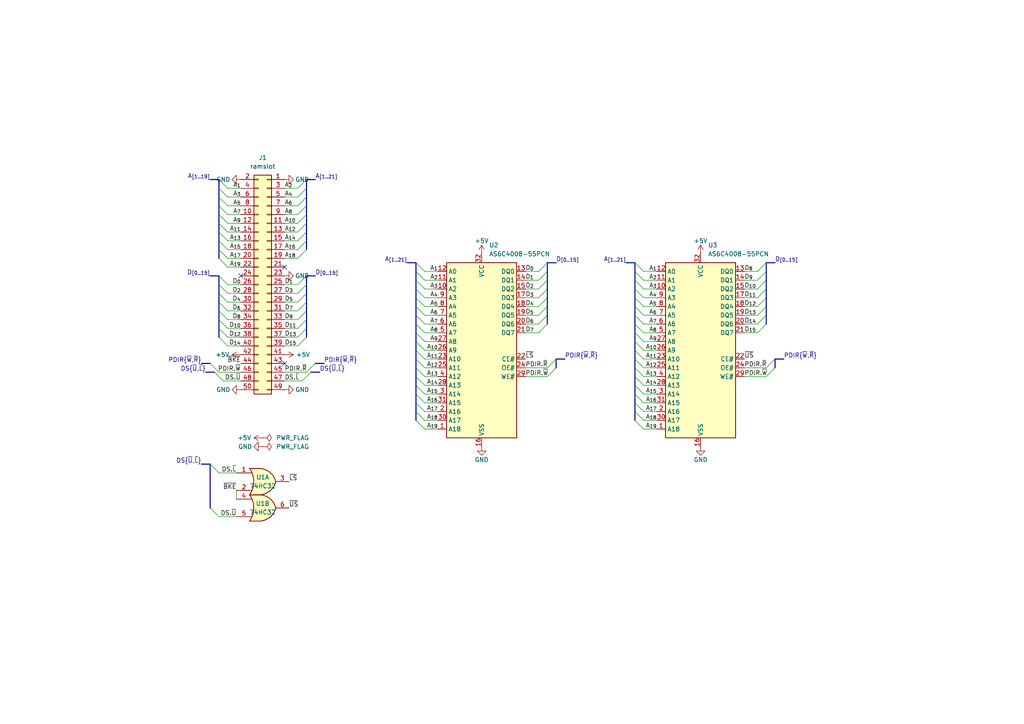
<source format=kicad_sch>
(kicad_sch (version 20250114) (generator "eeschema") (generator_version "9.0")
  (paper "A4")
  (lib_symbols
    (symbol "74xx:74LS32" (pin_names (offset 1.016))
      (property "Reference" "U" (at 0 1.27 0))
      (property "Value" "74LS32" (at 0 -1.27 0))
      (symbol "74LS32_1_1"
        (arc (start -3.81 3.81) (mid -2.589 0) (end -3.81 -3.81) (stroke (width 0.254)))
        (polyline (pts (xy -3.81 3.81) (xy -0.635 3.81)) (stroke (width 0.254)) (fill (type background)))
        (polyline (pts (xy -3.81 -3.81) (xy -0.635 -3.81)) (stroke (width 0.254)) (fill (type background)))
        (arc (start 3.81 0) (mid 2.1855 -2.584) (end -0.6096 -3.81) (stroke (width 0.254)) (fill (type background)))
        (arc (start -0.6096 3.81) (mid 2.1928 2.5924) (end 3.81 0) (stroke (width 0.254)) (fill (type background)))
        (polyline (pts (xy -0.635 3.81) (xy -3.81 3.81) (xy -3.81 3.81) (xy -3.556 3.4036) (xy -3.0226 2.2606) (xy -2.6924 1.0414) (xy -2.6162 -0.254) (xy -2.7686 -1.4986) (xy -3.175 -2.7178) (xy -3.81 -3.81) (xy -3.81 -3.81) (xy -0.635 -3.81)) (stroke (width -25.4)) (fill (type background)))
        (pin input line (at -7.62 2.54 0) (length 4.318) (name "~") (number "1"))
        (pin input line (at -7.62 -2.54 0) (length 4.318) (name "~") (number "2"))
        (pin output line (at 7.62 0 180) (length 3.81) (name "~") (number "3"))
      )
      (symbol "74LS32_1_2"
        (arc (start 0 3.81) (mid 3.7934 0) (end 0 -3.81) (stroke (width 0.254)) (fill (type background)))
        (polyline (pts (xy 0 3.81) (xy -3.81 3.81) (xy -3.81 -3.81) (xy 0 -3.81)) (stroke (width 0.254)) (fill (type background)))
        (pin input inverted (at -7.62 2.54 0) (length 3.81) (name "~") (number "1"))
        (pin input inverted (at -7.62 -2.54 0) (length 3.81) (name "~") (number "2"))
        (pin output inverted (at 7.62 0 180) (length 3.81) (name "~") (number "3"))
      )
      (symbol "74LS32_2_1"
        (arc (start -3.81 3.81) (mid -2.589 0) (end -3.81 -3.81) (stroke (width 0.254)))
        (polyline (pts (xy -3.81 3.81) (xy -0.635 3.81)) (stroke (width 0.254)) (fill (type background)))
        (polyline (pts (xy -3.81 -3.81) (xy -0.635 -3.81)) (stroke (width 0.254)) (fill (type background)))
        (arc (start 3.81 0) (mid 2.1855 -2.584) (end -0.6096 -3.81) (stroke (width 0.254)) (fill (type background)))
        (arc (start -0.6096 3.81) (mid 2.1928 2.5924) (end 3.81 0) (stroke (width 0.254)) (fill (type background)))
        (polyline (pts (xy -0.635 3.81) (xy -3.81 3.81) (xy -3.81 3.81) (xy -3.556 3.4036) (xy -3.0226 2.2606) (xy -2.6924 1.0414) (xy -2.6162 -0.254) (xy -2.7686 -1.4986) (xy -3.175 -2.7178) (xy -3.81 -3.81) (xy -3.81 -3.81) (xy -0.635 -3.81)) (stroke (width -25.4)) (fill (type background)))
        (pin input line (at -7.62 2.54 0) (length 4.318) (name "~") (number "4"))
        (pin input line (at -7.62 -2.54 0) (length 4.318) (name "~") (number "5"))
        (pin output line (at 7.62 0 180) (length 3.81) (name "~") (number "6"))
      )
      (symbol "74LS32_2_2"
        (arc (start 0 3.81) (mid 3.7934 0) (end 0 -3.81) (stroke (width 0.254)) (fill (type background)))
        (polyline (pts (xy 0 3.81) (xy -3.81 3.81) (xy -3.81 -3.81) (xy 0 -3.81)) (stroke (width 0.254)) (fill (type background)))
        (pin input inverted (at -7.62 2.54 0) (length 3.81) (name "~") (number "4"))
        (pin input inverted (at -7.62 -2.54 0) (length 3.81) (name "~") (number "5"))
        (pin output inverted (at 7.62 0 180) (length 3.81) (name "~") (number "6"))
      )
      (symbol "74LS32_3_1"
        (arc (start -3.81 3.81) (mid -2.589 0) (end -3.81 -3.81) (stroke (width 0.254)))
        (polyline (pts (xy -3.81 3.81) (xy -0.635 3.81)) (stroke (width 0.254)) (fill (type background)))
        (polyline (pts (xy -3.81 -3.81) (xy -0.635 -3.81)) (stroke (width 0.254)) (fill (type background)))
        (arc (start 3.81 0) (mid 2.1855 -2.584) (end -0.6096 -3.81) (stroke (width 0.254)) (fill (type background)))
        (arc (start -0.6096 3.81) (mid 2.1928 2.5924) (end 3.81 0) (stroke (width 0.254)) (fill (type background)))
        (polyline (pts (xy -0.635 3.81) (xy -3.81 3.81) (xy -3.81 3.81) (xy -3.556 3.4036) (xy -3.0226 2.2606) (xy -2.6924 1.0414) (xy -2.6162 -0.254) (xy -2.7686 -1.4986) (xy -3.175 -2.7178) (xy -3.81 -3.81) (xy -3.81 -3.81) (xy -0.635 -3.81)) (stroke (width -25.4)) (fill (type background)))
        (pin input line (at -7.62 2.54 0) (length 4.318) (name "~") (number "9"))
        (pin input line (at -7.62 -2.54 0) (length 4.318) (name "~") (number "10"))
        (pin output line (at 7.62 0 180) (length 3.81) (name "~") (number "8"))
      )
      (symbol "74LS32_3_2"
        (arc (start 0 3.81) (mid 3.7934 0) (end 0 -3.81) (stroke (width 0.254)) (fill (type background)))
        (polyline (pts (xy 0 3.81) (xy -3.81 3.81) (xy -3.81 -3.81) (xy 0 -3.81)) (stroke (width 0.254)) (fill (type background)))
        (pin input inverted (at -7.62 2.54 0) (length 3.81) (name "~") (number "9"))
        (pin input inverted (at -7.62 -2.54 0) (length 3.81) (name "~") (number "10"))
        (pin output inverted (at 7.62 0 180) (length 3.81) (name "~") (number "8"))
      )
      (symbol "74LS32_4_1"
        (arc (start -3.81 3.81) (mid -2.589 0) (end -3.81 -3.81) (stroke (width 0.254)))
        (polyline (pts (xy -3.81 3.81) (xy -0.635 3.81)) (stroke (width 0.254)) (fill (type background)))
        (polyline (pts (xy -3.81 -3.81) (xy -0.635 -3.81)) (stroke (width 0.254)) (fill (type background)))
        (arc (start 3.81 0) (mid 2.1855 -2.584) (end -0.6096 -3.81) (stroke (width 0.254)) (fill (type background)))
        (arc (start -0.6096 3.81) (mid 2.1928 2.5924) (end 3.81 0) (stroke (width 0.254)) (fill (type background)))
        (polyline (pts (xy -0.635 3.81) (xy -3.81 3.81) (xy -3.81 3.81) (xy -3.556 3.4036) (xy -3.0226 2.2606) (xy -2.6924 1.0414) (xy -2.6162 -0.254) (xy -2.7686 -1.4986) (xy -3.175 -2.7178) (xy -3.81 -3.81) (xy -3.81 -3.81) (xy -0.635 -3.81)) (stroke (width -25.4)) (fill (type background)))
        (pin input line (at -7.62 2.54 0) (length 4.318) (name "~") (number "12"))
        (pin input line (at -7.62 -2.54 0) (length 4.318) (name "~") (number "13"))
        (pin output line (at 7.62 0 180) (length 3.81) (name "~") (number "11"))
      )
      (symbol "74LS32_4_2"
        (arc (start 0 3.81) (mid 3.7934 0) (end 0 -3.81) (stroke (width 0.254)) (fill (type background)))
        (polyline (pts (xy 0 3.81) (xy -3.81 3.81) (xy -3.81 -3.81) (xy 0 -3.81)) (stroke (width 0.254)) (fill (type background)))
        (pin input inverted (at -7.62 2.54 0) (length 3.81) (name "~") (number "12"))
        (pin input inverted (at -7.62 -2.54 0) (length 3.81) (name "~") (number "13"))
        (pin output inverted (at 7.62 0 180) (length 3.81) (name "~") (number "11"))
      )
      (symbol "74LS32_5_0"
        (pin power_in line (at 0 12.7 270) (length 5.08) (name "VCC") (number "14"))
        (pin power_in line (at 0 -12.7 90) (length 5.08) (name "GND") (number "7"))
      )
      (symbol "74LS32_5_1"
        (rectangle (start -5.08 7.62) (end 5.08 -7.62) (stroke (width 0.254)) (fill (type background)))
      )
    )
    (symbol "Connector_Generic:Conn_02x25_Odd_Even" (pin_names (offset 1.016) (hide yes))
      (property "Reference" "J" (at 1.27 33.02 0))
      (property "Value" "Conn_02x25_Odd_Even" (at 1.27 -33.02 0))
      (symbol "Conn_02x25_Odd_Even_1_1"
        (rectangle (start -1.27 31.75) (end 3.81 -31.75) (stroke (width 0.254)) (fill (type background)))
        (rectangle (start -1.27 30.607) (end 0 30.353) (stroke (width 0.1524)))
        (rectangle (start -1.27 28.067) (end 0 27.813) (stroke (width 0.1524)))
        (rectangle (start -1.27 25.527) (end 0 25.273) (stroke (width 0.1524)))
        (rectangle (start -1.27 22.987) (end 0 22.733) (stroke (width 0.1524)))
        (rectangle (start -1.27 20.447) (end 0 20.193) (stroke (width 0.1524)))
        (rectangle (start -1.27 17.907) (end 0 17.653) (stroke (width 0.1524)))
        (rectangle (start -1.27 15.367) (end 0 15.113) (stroke (width 0.1524)))
        (rectangle (start -1.27 12.827) (end 0 12.573) (stroke (width 0.1524)))
        (rectangle (start -1.27 10.287) (end 0 10.033) (stroke (width 0.1524)))
        (rectangle (start -1.27 7.747) (end 0 7.493) (stroke (width 0.1524)))
        (rectangle (start -1.27 5.207) (end 0 4.953) (stroke (width 0.1524)))
        (rectangle (start -1.27 2.667) (end 0 2.413) (stroke (width 0.1524)))
        (rectangle (start -1.27 0.127) (end 0 -0.127) (stroke (width 0.1524)))
        (rectangle (start -1.27 -2.413) (end 0 -2.667) (stroke (width 0.1524)))
        (rectangle (start -1.27 -4.953) (end 0 -5.207) (stroke (width 0.1524)))
        (rectangle (start -1.27 -7.493) (end 0 -7.747) (stroke (width 0.1524)))
        (rectangle (start -1.27 -10.033) (end 0 -10.287) (stroke (width 0.1524)))
        (rectangle (start -1.27 -12.573) (end 0 -12.827) (stroke (width 0.1524)))
        (rectangle (start -1.27 -15.113) (end 0 -15.367) (stroke (width 0.1524)))
        (rectangle (start -1.27 -17.653) (end 0 -17.907) (stroke (width 0.1524)))
        (rectangle (start -1.27 -20.193) (end 0 -20.447) (stroke (width 0.1524)))
        (rectangle (start -1.27 -22.733) (end 0 -22.987) (stroke (width 0.1524)))
        (rectangle (start -1.27 -25.273) (end 0 -25.527) (stroke (width 0.1524)))
        (rectangle (start -1.27 -27.813) (end 0 -28.067) (stroke (width 0.1524)))
        (rectangle (start -1.27 -30.353) (end 0 -30.607) (stroke (width 0.1524)))
        (rectangle (start 3.81 30.607) (end 2.54 30.353) (stroke (width 0.1524)))
        (rectangle (start 3.81 28.067) (end 2.54 27.813) (stroke (width 0.1524)))
        (rectangle (start 3.81 25.527) (end 2.54 25.273) (stroke (width 0.1524)))
        (rectangle (start 3.81 22.987) (end 2.54 22.733) (stroke (width 0.1524)))
        (rectangle (start 3.81 20.447) (end 2.54 20.193) (stroke (width 0.1524)))
        (rectangle (start 3.81 17.907) (end 2.54 17.653) (stroke (width 0.1524)))
        (rectangle (start 3.81 15.367) (end 2.54 15.113) (stroke (width 0.1524)))
        (rectangle (start 3.81 12.827) (end 2.54 12.573) (stroke (width 0.1524)))
        (rectangle (start 3.81 10.287) (end 2.54 10.033) (stroke (width 0.1524)))
        (rectangle (start 3.81 7.747) (end 2.54 7.493) (stroke (width 0.1524)))
        (rectangle (start 3.81 5.207) (end 2.54 4.953) (stroke (width 0.1524)))
        (rectangle (start 3.81 2.667) (end 2.54 2.413) (stroke (width 0.1524)))
        (rectangle (start 3.81 0.127) (end 2.54 -0.127) (stroke (width 0.1524)))
        (rectangle (start 3.81 -2.413) (end 2.54 -2.667) (stroke (width 0.1524)))
        (rectangle (start 3.81 -4.953) (end 2.54 -5.207) (stroke (width 0.1524)))
        (rectangle (start 3.81 -7.493) (end 2.54 -7.747) (stroke (width 0.1524)))
        (rectangle (start 3.81 -10.033) (end 2.54 -10.287) (stroke (width 0.1524)))
        (rectangle (start 3.81 -12.573) (end 2.54 -12.827) (stroke (width 0.1524)))
        (rectangle (start 3.81 -15.113) (end 2.54 -15.367) (stroke (width 0.1524)))
        (rectangle (start 3.81 -17.653) (end 2.54 -17.907) (stroke (width 0.1524)))
        (rectangle (start 3.81 -20.193) (end 2.54 -20.447) (stroke (width 0.1524)))
        (rectangle (start 3.81 -22.733) (end 2.54 -22.987) (stroke (width 0.1524)))
        (rectangle (start 3.81 -25.273) (end 2.54 -25.527) (stroke (width 0.1524)))
        (rectangle (start 3.81 -27.813) (end 2.54 -28.067) (stroke (width 0.1524)))
        (rectangle (start 3.81 -30.353) (end 2.54 -30.607) (stroke (width 0.1524)))
        (pin passive line (at -5.08 30.48 0) (length 3.81) (name "Pin_1") (number "1"))
        (pin passive line (at -5.08 27.94 0) (length 3.81) (name "Pin_3") (number "3"))
        (pin passive line (at -5.08 25.4 0) (length 3.81) (name "Pin_5") (number "5"))
        (pin passive line (at -5.08 22.86 0) (length 3.81) (name "Pin_7") (number "7"))
        (pin passive line (at -5.08 20.32 0) (length 3.81) (name "Pin_9") (number "9"))
        (pin passive line (at -5.08 17.78 0) (length 3.81) (name "Pin_11") (number "11"))
        (pin passive line (at -5.08 15.24 0) (length 3.81) (name "Pin_13") (number "13"))
        (pin passive line (at -5.08 12.7 0) (length 3.81) (name "Pin_15") (number "15"))
        (pin passive line (at -5.08 10.16 0) (length 3.81) (name "Pin_17") (number "17"))
        (pin passive line (at -5.08 7.62 0) (length 3.81) (name "Pin_19") (number "19"))
        (pin passive line (at -5.08 5.08 0) (length 3.81) (name "Pin_21") (number "21"))
        (pin passive line (at -5.08 2.54 0) (length 3.81) (name "Pin_23") (number "23"))
        (pin passive line (at -5.08 0 0) (length 3.81) (name "Pin_25") (number "25"))
        (pin passive line (at -5.08 -2.54 0) (length 3.81) (name "Pin_27") (number "27"))
        (pin passive line (at -5.08 -5.08 0) (length 3.81) (name "Pin_29") (number "29"))
        (pin passive line (at -5.08 -7.62 0) (length 3.81) (name "Pin_31") (number "31"))
        (pin passive line (at -5.08 -10.16 0) (length 3.81) (name "Pin_33") (number "33"))
        (pin passive line (at -5.08 -12.7 0) (length 3.81) (name "Pin_35") (number "35"))
        (pin passive line (at -5.08 -15.24 0) (length 3.81) (name "Pin_37") (number "37"))
        (pin passive line (at -5.08 -17.78 0) (length 3.81) (name "Pin_39") (number "39"))
        (pin passive line (at -5.08 -20.32 0) (length 3.81) (name "Pin_41") (number "41"))
        (pin passive line (at -5.08 -22.86 0) (length 3.81) (name "Pin_43") (number "43"))
        (pin passive line (at -5.08 -25.4 0) (length 3.81) (name "Pin_45") (number "45"))
        (pin passive line (at -5.08 -27.94 0) (length 3.81) (name "Pin_47") (number "47"))
        (pin passive line (at -5.08 -30.48 0) (length 3.81) (name "Pin_49") (number "49"))
        (pin passive line (at 7.62 30.48 180) (length 3.81) (name "Pin_2") (number "2"))
        (pin passive line (at 7.62 27.94 180) (length 3.81) (name "Pin_4") (number "4"))
        (pin passive line (at 7.62 25.4 180) (length 3.81) (name "Pin_6") (number "6"))
        (pin passive line (at 7.62 22.86 180) (length 3.81) (name "Pin_8") (number "8"))
        (pin passive line (at 7.62 20.32 180) (length 3.81) (name "Pin_10") (number "10"))
        (pin passive line (at 7.62 17.78 180) (length 3.81) (name "Pin_12") (number "12"))
        (pin passive line (at 7.62 15.24 180) (length 3.81) (name "Pin_14") (number "14"))
        (pin passive line (at 7.62 12.7 180) (length 3.81) (name "Pin_16") (number "16"))
        (pin passive line (at 7.62 10.16 180) (length 3.81) (name "Pin_18") (number "18"))
        (pin passive line (at 7.62 7.62 180) (length 3.81) (name "Pin_20") (number "20"))
        (pin passive line (at 7.62 5.08 180) (length 3.81) (name "Pin_22") (number "22"))
        (pin passive line (at 7.62 2.54 180) (length 3.81) (name "Pin_24") (number "24"))
        (pin passive line (at 7.62 0 180) (length 3.81) (name "Pin_26") (number "26"))
        (pin passive line (at 7.62 -2.54 180) (length 3.81) (name "Pin_28") (number "28"))
        (pin passive line (at 7.62 -5.08 180) (length 3.81) (name "Pin_30") (number "30"))
        (pin passive line (at 7.62 -7.62 180) (length 3.81) (name "Pin_32") (number "32"))
        (pin passive line (at 7.62 -10.16 180) (length 3.81) (name "Pin_34") (number "34"))
        (pin passive line (at 7.62 -12.7 180) (length 3.81) (name "Pin_36") (number "36"))
        (pin passive line (at 7.62 -15.24 180) (length 3.81) (name "Pin_38") (number "38"))
        (pin passive line (at 7.62 -17.78 180) (length 3.81) (name "Pin_40") (number "40"))
        (pin passive line (at 7.62 -20.32 180) (length 3.81) (name "Pin_42") (number "42"))
        (pin passive line (at 7.62 -22.86 180) (length 3.81) (name "Pin_44") (number "44"))
        (pin passive line (at 7.62 -25.4 180) (length 3.81) (name "Pin_46") (number "46"))
        (pin passive line (at 7.62 -27.94 180) (length 3.81) (name "Pin_48") (number "48"))
        (pin passive line (at 7.62 -30.48 180) (length 3.81) (name "Pin_50") (number "50"))
      )
    )
    (symbol "Memory_RAM:AS6C4008-55PCN"
      (property "Reference" "U" (at -10.16 26.035 0))
      (property "Value" "AS6C4008-55PCN" (at 2.54 26.035 0))
      (symbol "AS6C4008-55PCN_0_0"
        (pin power_in line (at 0 27.94 270) (length 2.54) (name "VCC") (number "32"))
        (pin power_in line (at 0 -27.94 90) (length 2.54) (name "VSS") (number "16"))
      )
      (symbol "AS6C4008-55PCN_0_1"
        (rectangle (start -10.16 25.4) (end 10.16 -25.4) (stroke (width 0.254)) (fill (type background)))
      )
      (symbol "AS6C4008-55PCN_1_1"
        (pin input line (at -12.7 22.86 0) (length 2.54) (name "A0") (number "12"))
        (pin input line (at -12.7 20.32 0) (length 2.54) (name "A1") (number "11"))
        (pin input line (at -12.7 17.78 0) (length 2.54) (name "A2") (number "10"))
        (pin input line (at -12.7 15.24 0) (length 2.54) (name "A3") (number "9"))
        (pin input line (at -12.7 12.7 0) (length 2.54) (name "A4") (number "8"))
        (pin input line (at -12.7 10.16 0) (length 2.54) (name "A5") (number "7"))
        (pin input line (at -12.7 7.62 0) (length 2.54) (name "A6") (number "6"))
        (pin input line (at -12.7 5.08 0) (length 2.54) (name "A7") (number "5"))
        (pin input line (at -12.7 2.54 0) (length 2.54) (name "A8") (number "27"))
        (pin input line (at -12.7 0 0) (length 2.54) (name "A9") (number "26"))
        (pin input line (at -12.7 -2.54 0) (length 2.54) (name "A10") (number "23"))
        (pin input line (at -12.7 -5.08 0) (length 2.54) (name "A11") (number "25"))
        (pin input line (at -12.7 -7.62 0) (length 2.54) (name "A12") (number "4"))
        (pin input line (at -12.7 -10.16 0) (length 2.54) (name "A13") (number "28"))
        (pin input line (at -12.7 -12.7 0) (length 2.54) (name "A14") (number "3"))
        (pin input line (at -12.7 -15.24 0) (length 2.54) (name "A15") (number "31"))
        (pin input line (at -12.7 -17.78 0) (length 2.54) (name "A16") (number "2"))
        (pin input line (at -12.7 -20.32 0) (length 2.54) (name "A17") (number "30"))
        (pin input line (at -12.7 -22.86 0) (length 2.54) (name "A18") (number "1"))
        (pin tri_state line (at 12.7 22.86 180) (length 2.54) (name "DQ0") (number "13"))
        (pin tri_state line (at 12.7 20.32 180) (length 2.54) (name "DQ1") (number "14"))
        (pin tri_state line (at 12.7 17.78 180) (length 2.54) (name "DQ2") (number "15"))
        (pin tri_state line (at 12.7 15.24 180) (length 2.54) (name "DQ3") (number "17"))
        (pin tri_state line (at 12.7 12.7 180) (length 2.54) (name "DQ4") (number "18"))
        (pin tri_state line (at 12.7 10.16 180) (length 2.54) (name "DQ5") (number "19"))
        (pin tri_state line (at 12.7 7.62 180) (length 2.54) (name "DQ6") (number "20"))
        (pin tri_state line (at 12.7 5.08 180) (length 2.54) (name "DQ7") (number "21"))
        (pin input line (at 12.7 -2.54 180) (length 2.54) (name "CE#") (number "22"))
        (pin input line (at 12.7 -5.08 180) (length 2.54) (name "OE#") (number "24"))
        (pin input line (at 12.7 -7.62 180) (length 2.54) (name "WE#") (number "29"))
      )
    )
    (symbol "power:+9V" (power) (pin_numbers (hide yes)) (pin_names (offset 0) (hide yes))
      (property "Value" "+9V" (at 0 3.556 0))
      (symbol "+9V_0_1"
        (polyline (pts (xy -0.762 1.27) (xy 0 2.54)))
        (polyline (pts (xy 0 2.54) (xy 0.762 1.27)))
        (polyline (pts (xy 0 0) (xy 0 2.54)))
      )
      (symbol "+9V_1_1"
        (pin power_in line (at 0 0 90) (length 0) (name "~") (number "1"))
      )
    )
    (symbol "power:GND" (power) (pin_numbers (hide yes)) (pin_names (offset 0) (hide yes))
      (property "Value" "GND" (at 0 -3.81 0))
      (symbol "GND_0_1"
        (polyline (pts (xy 0 0) (xy 0 -1.27) (xy 1.27 -1.27) (xy 0 -2.54) (xy -1.27 -1.27) (xy 0 -1.27)))
      )
      (symbol "GND_1_1"
        (pin power_in line (at 0 0 270) (length 0) (name "~") (number "1"))
      )
    )
    (symbol "power:PWR_FLAG" (power) (pin_numbers (hide yes)) (pin_names (offset 0) (hide yes))
      (property "Value" "PWR_FLAG" (at 0 3.81 0))
      (symbol "PWR_FLAG_0_0"
        (pin power_out line (at 0 0 90) (length 0) (name "~") (number "1"))
      )
      (symbol "PWR_FLAG_0_1"
        (polyline (pts (xy 0 0) (xy 0 1.27) (xy -1.016 1.905) (xy 0 2.54) (xy 1.016 1.905) (xy 0 1.27)))
      )
    )
  )
  (junction (at 322.58 27.94))
  (junction (at 322.58 30.48))
  (junction (at 322.58 22.86))
  (no_connect (at 69.85 80.01))
  (no_connect (at 337.82 25.4))
  (no_connect (at 337.82 33.02))
  (no_connect (at 82.55 77.47))
  (no_connect (at 82.55 105.41))
  (bus_entry (at 156.21 88.9) (size 2.54 -2.54))
  (bus_entry (at 123.19 99.06) (size -2.54 -2.54))
  (bus_entry (at 222.25 106.68) (size 2.54 -2.54))
  (bus_entry (at 86.36 82.55) (size 2.54 -2.54))
  (bus_entry (at 86.36 64.77) (size 2.54 -2.54))
  (bus_entry (at 186.69 124.46) (size -2.54 -2.54))
  (bus_entry (at 86.36 97.79) (size 2.54 -2.54))
  (bus_entry (at 86.36 67.31) (size 2.54 -2.54))
  (bus_entry (at 219.71 86.36) (size 2.54 -2.54))
  (bus_entry (at 86.36 85.09) (size 2.54 -2.54))
  (bus_entry (at 156.21 91.44) (size 2.54 -2.54))
  (bus_entry (at 186.69 119.38) (size -2.54 -2.54))
  (bus_entry (at 219.71 91.44) (size 2.54 -2.54))
  (bus_entry (at 219.71 96.52) (size 2.54 -2.54))
  (bus_entry (at 86.36 54.61) (size 2.54 -2.54))
  (bus_entry (at 60.96 147.32) (size 2.54 2.54))
  (bus_entry (at 123.19 91.44) (size -2.54 -2.54))
  (bus_entry (at 86.36 100.33) (size 2.54 -2.54))
  (bus_entry (at 66.04 67.31) (size -2.54 -2.54))
  (bus_entry (at 123.19 93.98) (size -2.54 -2.54))
  (bus_entry (at 66.04 64.77) (size -2.54 -2.54))
  (bus_entry (at 66.04 62.23) (size -2.54 -2.54))
  (bus_entry (at 186.69 104.14) (size -2.54 -2.54))
  (bus_entry (at 66.04 100.33) (size -2.54 -2.54))
  (bus_entry (at 86.36 92.71) (size 2.54 -2.54))
  (bus_entry (at 123.19 119.38) (size -2.54 -2.54))
  (bus_entry (at 66.04 92.71) (size -2.54 -2.54))
  (bus_entry (at 156.21 78.74) (size 2.54 -2.54))
  (bus_entry (at 186.69 86.36) (size -2.54 -2.54))
  (bus_entry (at 158.75 109.22) (size 2.54 -2.54))
  (bus_entry (at 186.69 121.92) (size -2.54 -2.54))
  (bus_entry (at 158.75 106.68) (size 2.54 -2.54))
  (bus_entry (at 186.69 101.6) (size -2.54 -2.54))
  (bus_entry (at 86.36 62.23) (size 2.54 -2.54))
  (bus_entry (at 123.19 106.68) (size -2.54 -2.54))
  (bus_entry (at 123.19 78.74) (size -2.54 -2.54))
  (bus_entry (at 66.04 57.15) (size -2.54 -2.54))
  (bus_entry (at 66.04 85.09) (size -2.54 -2.54))
  (bus_entry (at 66.04 59.69) (size -2.54 -2.54))
  (bus_entry (at 66.04 77.47) (size -2.54 -2.54))
  (bus_entry (at 186.69 91.44) (size -2.54 -2.54))
  (bus_entry (at 219.71 83.82) (size 2.54 -2.54))
  (bus_entry (at 156.21 83.82) (size 2.54 -2.54))
  (bus_entry (at 86.36 72.39) (size 2.54 -2.54))
  (bus_entry (at 66.04 87.63) (size -2.54 -2.54))
  (bus_entry (at 123.19 88.9) (size -2.54 -2.54))
  (bus_entry (at 156.21 86.36) (size 2.54 -2.54))
  (bus_entry (at 123.19 121.92) (size -2.54 -2.54))
  (bus_entry (at 123.19 109.22) (size -2.54 -2.54))
  (bus_entry (at 123.19 124.46) (size -2.54 -2.54))
  (bus_entry (at 86.36 59.69) (size 2.54 -2.54))
  (bus_entry (at 86.36 57.15) (size 2.54 -2.54))
  (bus_entry (at 66.04 97.79) (size -2.54 -2.54))
  (bus_entry (at 156.21 93.98) (size 2.54 -2.54))
  (bus_entry (at 186.69 83.82) (size -2.54 -2.54))
  (bus_entry (at 156.21 81.28) (size 2.54 -2.54))
  (bus_entry (at 123.19 114.3) (size -2.54 -2.54))
  (bus_entry (at 123.19 104.14) (size -2.54 -2.54))
  (bus_entry (at 186.69 81.28) (size -2.54 -2.54))
  (bus_entry (at 219.71 81.28) (size 2.54 -2.54))
  (bus_entry (at 66.04 82.55) (size -2.54 -2.54))
  (bus_entry (at 62.23 107.95) (size 2.54 2.54))
  (bus_entry (at 66.04 54.61) (size -2.54 -2.54))
  (bus_entry (at 123.19 83.82) (size -2.54 -2.54))
  (bus_entry (at 186.69 116.84) (size -2.54 -2.54))
  (bus_entry (at 66.04 69.85) (size -2.54 -2.54))
  (bus_entry (at 186.69 99.06) (size -2.54 -2.54))
  (bus_entry (at 86.36 74.93) (size 2.54 -2.54))
  (bus_entry (at 123.19 86.36) (size -2.54 -2.54))
  (bus_entry (at 66.04 72.39) (size -2.54 -2.54))
  (bus_entry (at 186.69 106.68) (size -2.54 -2.54))
  (bus_entry (at 123.19 96.52) (size -2.54 -2.54))
  (bus_entry (at 186.69 88.9) (size -2.54 -2.54))
  (bus_entry (at 186.69 114.3) (size -2.54 -2.54))
  (bus_entry (at 66.04 90.17) (size -2.54 -2.54))
  (bus_entry (at 186.69 96.52) (size -2.54 -2.54))
  (bus_entry (at 186.69 111.76) (size -2.54 -2.54))
  (bus_entry (at 86.36 95.25) (size 2.54 -2.54))
  (bus_entry (at 86.36 69.85) (size 2.54 -2.54))
  (bus_entry (at 123.19 81.28) (size -2.54 -2.54))
  (bus_entry (at 186.69 78.74) (size -2.54 -2.54))
  (bus_entry (at 219.71 78.74) (size 2.54 -2.54))
  (bus_entry (at 63.5 107.95) (size -2.54 -2.54))
  (bus_entry (at 222.25 109.22) (size 2.54 -2.54))
  (bus_entry (at 219.71 88.9) (size 2.54 -2.54))
  (bus_entry (at 156.21 96.52) (size 2.54 -2.54))
  (bus_entry (at 123.19 101.6) (size -2.54 -2.54))
  (bus_entry (at 86.36 90.17) (size 2.54 -2.54))
  (bus_entry (at 86.36 87.63) (size 2.54 -2.54))
  (bus_entry (at 123.19 116.84) (size -2.54 -2.54))
  (bus_entry (at 66.04 95.25) (size -2.54 -2.54))
  (bus_entry (at 123.19 111.76) (size -2.54 -2.54))
  (bus_entry (at 186.69 109.22) (size -2.54 -2.54))
  (bus_entry (at 88.9 107.95) (size 2.54 -2.54))
  (bus_entry (at 186.69 93.98) (size -2.54 -2.54))
  (bus_entry (at 219.71 93.98) (size 2.54 -2.54))
  (bus_entry (at 60.96 134.62) (size 2.54 2.54))
  (bus_entry (at 66.04 74.93) (size -2.54 -2.54))
  (bus_entry (at 90.17 107.95) (size -2.54 2.54))
  (wire (pts (xy 322.58 27.94) (xy 322.58 30.48)))
  (bus (pts (xy 120.65 116.84) (xy 120.65 119.38)))
  (wire (pts (xy 69.85 64.77) (xy 66.04 64.77)))
  (wire (pts (xy 63.5 137.16) (xy 68.58 137.16)))
  (wire (pts (xy 127 81.28) (xy 123.19 81.28)))
  (bus (pts (xy 120.65 104.14) (xy 120.65 106.68)))
  (bus (pts (xy 224.79 104.14) (xy 224.79 106.68)))
  (bus (pts (xy 222.25 83.82) (xy 222.25 86.36)))
  (bus (pts (xy 158.75 81.28) (xy 158.75 83.82)))
  (bus (pts (xy 222.25 78.74) (xy 222.25 81.28)))
  (bus (pts (xy 88.9 90.17) (xy 88.9 92.71)))
  (bus (pts (xy 63.5 62.23) (xy 63.5 64.77)))
  (wire (pts (xy 215.9 81.28) (xy 219.71 81.28)))
  (wire (pts (xy 215.9 86.36) (xy 219.71 86.36)))
  (wire (pts (xy 82.55 85.09) (xy 86.36 85.09)))
  (wire (pts (xy 69.85 85.09) (xy 66.04 85.09)))
  (wire (pts (xy 152.4 83.82) (xy 156.21 83.82)))
  (wire (pts (xy 190.5 86.36) (xy 186.69 86.36)))
  (wire (pts (xy 69.85 82.55) (xy 66.04 82.55)))
  (wire (pts (xy 82.55 57.15) (xy 86.36 57.15)))
  (wire (pts (xy 152.4 91.44) (xy 156.21 91.44)))
  (wire (pts (xy 69.85 62.23) (xy 66.04 62.23)))
  (bus (pts (xy 184.15 104.14) (xy 184.15 106.68)))
  (wire (pts (xy 127 121.92) (xy 123.19 121.92)))
  (bus (pts (xy 184.15 114.3) (xy 184.15 116.84)))
  (wire (pts (xy 69.85 59.69) (xy 66.04 59.69)))
  (wire (pts (xy 190.5 93.98) (xy 186.69 93.98)))
  (wire (pts (xy 69.85 74.93) (xy 66.04 74.93)))
  (bus (pts (xy 88.9 80.01) (xy 88.9 82.55)))
  (bus (pts (xy 88.9 85.09) (xy 88.9 87.63)))
  (bus (pts (xy 120.65 114.3) (xy 120.65 116.84)))
  (bus (pts (xy 158.75 76.2) (xy 161.29 76.2)))
  (bus (pts (xy 118.11 76.2) (xy 120.65 76.2)))
  (bus (pts (xy 120.65 96.52) (xy 120.65 99.06)))
  (wire (pts (xy 152.4 86.36) (xy 156.21 86.36)))
  (wire (pts (xy 190.5 119.38) (xy 186.69 119.38)))
  (bus (pts (xy 88.9 80.01) (xy 91.44 80.01)))
  (wire (pts (xy 127 78.74) (xy 123.19 78.74)))
  (wire (pts (xy 69.85 54.61) (xy 66.04 54.61)))
  (bus (pts (xy 120.65 83.82) (xy 120.65 86.36)))
  (bus (pts (xy 120.65 93.98) (xy 120.65 96.52)))
  (wire (pts (xy 215.9 106.68) (xy 222.25 106.68)))
  (wire (pts (xy 127 106.68) (xy 123.19 106.68)))
  (bus (pts (xy 63.5 54.61) (xy 63.5 52.07)))
  (wire (pts (xy 69.85 97.79) (xy 66.04 97.79)))
  (bus (pts (xy 88.9 54.61) (xy 88.9 52.07)))
  (wire (pts (xy 82.55 87.63) (xy 86.36 87.63)))
  (wire (pts (xy 215.9 93.98) (xy 219.71 93.98)))
  (bus (pts (xy 158.75 76.2) (xy 158.75 78.74)))
  (bus (pts (xy 88.9 87.63) (xy 88.9 90.17)))
  (wire (pts (xy 127 119.38) (xy 123.19 119.38)))
  (bus (pts (xy 88.9 59.69) (xy 88.9 57.15)))
  (bus (pts (xy 222.25 76.2) (xy 224.79 76.2)))
  (wire (pts (xy 69.85 107.95) (xy 63.5 107.95)))
  (bus (pts (xy 120.65 76.2) (xy 120.65 78.74)))
  (bus (pts (xy 120.65 101.6) (xy 120.65 104.14)))
  (bus (pts (xy 184.15 101.6) (xy 184.15 104.14)))
  (bus (pts (xy 63.5 90.17) (xy 63.5 92.71)))
  (wire (pts (xy 190.5 111.76) (xy 186.69 111.76)))
  (bus (pts (xy 88.9 64.77) (xy 88.9 67.31)))
  (wire (pts (xy 152.4 93.98) (xy 156.21 93.98)))
  (wire (pts (xy 69.85 95.25) (xy 66.04 95.25)))
  (bus (pts (xy 88.9 69.85) (xy 88.9 72.39)))
  (bus (pts (xy 222.25 81.28) (xy 222.25 83.82)))
  (wire (pts (xy 82.55 67.31) (xy 86.36 67.31)))
  (bus (pts (xy 60.96 52.07) (xy 63.5 52.07)))
  (bus (pts (xy 88.9 62.23) (xy 88.9 64.77)))
  (bus (pts (xy 120.65 111.76) (xy 120.65 114.3)))
  (wire (pts (xy 152.4 88.9) (xy 156.21 88.9)))
  (bus (pts (xy 92.71 107.95) (xy 90.17 107.95)))
  (bus (pts (xy 63.5 87.63) (xy 63.5 90.17)))
  (wire (pts (xy 127 101.6) (xy 123.19 101.6)))
  (wire (pts (xy 190.5 99.06) (xy 186.69 99.06)))
  (wire (pts (xy 69.85 92.71) (xy 66.04 92.71)))
  (bus (pts (xy 184.15 83.82) (xy 184.15 86.36)))
  (bus (pts (xy 63.5 54.61) (xy 63.5 57.15)))
  (bus (pts (xy 120.65 106.68) (xy 120.65 109.22)))
  (bus (pts (xy 63.5 64.77) (xy 63.5 67.31)))
  (bus (pts (xy 227.33 104.14) (xy 224.79 104.14)))
  (wire (pts (xy 215.9 78.74) (xy 219.71 78.74)))
  (wire (pts (xy 190.5 104.14) (xy 186.69 104.14)))
  (wire (pts (xy 127 86.36) (xy 123.19 86.36)))
  (bus (pts (xy 88.9 95.25) (xy 88.9 97.79)))
  (wire (pts (xy 69.85 100.33) (xy 66.04 100.33)))
  (bus (pts (xy 120.65 86.36) (xy 120.65 88.9)))
  (wire (pts (xy 82.55 69.85) (xy 86.36 69.85)))
  (wire (pts (xy 190.5 83.82) (xy 186.69 83.82)))
  (wire (pts (xy 215.9 88.9) (xy 219.71 88.9)))
  (bus (pts (xy 222.25 91.44) (xy 222.25 93.98)))
  (bus (pts (xy 158.75 83.82) (xy 158.75 86.36)))
  (bus (pts (xy 88.9 57.15) (xy 88.9 54.61)))
  (wire (pts (xy 127 109.22) (xy 123.19 109.22)))
  (wire (pts (xy 82.55 59.69) (xy 86.36 59.69)))
  (bus (pts (xy 161.29 104.14) (xy 161.29 106.68)))
  (bus (pts (xy 88.9 52.07) (xy 91.44 52.07)))
  (wire (pts (xy 127 114.3) (xy 123.19 114.3)))
  (bus (pts (xy 88.9 92.71) (xy 88.9 95.25)))
  (wire (pts (xy 127 83.82) (xy 123.19 83.82)))
  (wire (pts (xy 152.4 96.52) (xy 156.21 96.52)))
  (bus (pts (xy 88.9 62.23) (xy 88.9 59.69)))
  (bus (pts (xy 184.15 93.98) (xy 184.15 96.52)))
  (bus (pts (xy 120.65 99.06) (xy 120.65 101.6)))
  (bus (pts (xy 184.15 109.22) (xy 184.15 111.76)))
  (bus (pts (xy 184.15 119.38) (xy 184.15 121.92)))
  (wire (pts (xy 190.5 88.9) (xy 186.69 88.9)))
  (wire (pts (xy 322.58 22.86) (xy 322.58 27.94)))
  (wire (pts (xy 68.58 142.24) (xy 68.58 144.78)))
  (wire (pts (xy 152.4 109.22) (xy 158.75 109.22)))
  (bus (pts (xy 63.5 57.15) (xy 63.5 59.69)))
  (wire (pts (xy 127 124.46) (xy 123.19 124.46)))
  (wire (pts (xy 127 91.44) (xy 123.19 91.44)))
  (wire (pts (xy 69.85 90.17) (xy 66.04 90.17)))
  (bus (pts (xy 184.15 111.76) (xy 184.15 114.3)))
  (bus (pts (xy 158.75 86.36) (xy 158.75 88.9)))
  (bus (pts (xy 93.98 105.41) (xy 91.44 105.41)))
  (bus (pts (xy 184.15 116.84) (xy 184.15 119.38)))
  (bus (pts (xy 184.15 106.68) (xy 184.15 109.22)))
  (bus (pts (xy 63.5 72.39) (xy 63.5 74.93)))
  (wire (pts (xy 82.55 90.17) (xy 86.36 90.17)))
  (wire (pts (xy 69.85 77.47) (xy 66.04 77.47)))
  (wire (pts (xy 127 116.84) (xy 123.19 116.84)))
  (wire (pts (xy 87.63 110.49) (xy 82.55 110.49)))
  (bus (pts (xy 120.65 119.38) (xy 120.65 121.92)))
  (wire (pts (xy 190.5 124.46) (xy 186.69 124.46)))
  (wire (pts (xy 190.5 106.68) (xy 186.69 106.68)))
  (wire (pts (xy 127 104.14) (xy 123.19 104.14)))
  (bus (pts (xy 63.5 92.71) (xy 63.5 95.25)))
  (bus (pts (xy 181.61 76.2) (xy 184.15 76.2)))
  (wire (pts (xy 152.4 106.68) (xy 158.75 106.68)))
  (bus (pts (xy 184.15 78.74) (xy 184.15 81.28)))
  (wire (pts (xy 322.58 30.48) (xy 322.58 35.56)))
  (bus (pts (xy 63.5 80.01) (xy 60.96 80.01)))
  (bus (pts (xy 120.65 78.74) (xy 120.65 81.28)))
  (bus (pts (xy 63.5 85.09) (xy 63.5 87.63)))
  (bus (pts (xy 63.5 67.31) (xy 63.5 69.85)))
  (wire (pts (xy 69.85 69.85) (xy 66.04 69.85)))
  (bus (pts (xy 88.9 82.55) (xy 88.9 85.09)))
  (wire (pts (xy 63.5 149.86) (xy 68.58 149.86)))
  (wire (pts (xy 69.85 87.63) (xy 66.04 87.63)))
  (wire (pts (xy 190.5 121.92) (xy 186.69 121.92)))
  (bus (pts (xy 120.65 91.44) (xy 120.65 93.98)))
  (bus (pts (xy 88.9 67.31) (xy 88.9 69.85)))
  (bus (pts (xy 120.65 81.28) (xy 120.65 83.82)))
  (wire (pts (xy 69.85 72.39) (xy 66.04 72.39)))
  (wire (pts (xy 82.55 54.61) (xy 86.36 54.61)))
  (bus (pts (xy 59.69 107.95) (xy 62.23 107.95)))
  (wire (pts (xy 215.9 109.22) (xy 222.25 109.22)))
  (bus (pts (xy 222.25 76.2) (xy 222.25 78.74)))
  (wire (pts (xy 152.4 78.74) (xy 156.21 78.74)))
  (wire (pts (xy 127 99.06) (xy 123.19 99.06)))
  (bus (pts (xy 120.65 88.9) (xy 120.65 91.44)))
  (bus (pts (xy 184.15 99.06) (xy 184.15 101.6)))
  (wire (pts (xy 82.55 72.39) (xy 86.36 72.39)))
  (wire (pts (xy 82.55 107.95) (xy 88.9 107.95)))
  (wire (pts (xy 190.5 81.28) (xy 186.69 81.28)))
  (wire (pts (xy 190.5 109.22) (xy 186.69 109.22)))
  (wire (pts (xy 215.9 91.44) (xy 219.71 91.44)))
  (wire (pts (xy 215.9 83.82) (xy 219.71 83.82)))
  (bus (pts (xy 158.75 91.44) (xy 158.75 93.98)))
  (wire (pts (xy 127 111.76) (xy 123.19 111.76)))
  (wire (pts (xy 82.55 95.25) (xy 86.36 95.25)))
  (wire (pts (xy 82.55 64.77) (xy 86.36 64.77)))
  (bus (pts (xy 63.5 95.25) (xy 63.5 97.79)))
  (bus (pts (xy 63.5 80.01) (xy 63.5 82.55)))
  (bus (pts (xy 163.83 104.14) (xy 161.29 104.14)))
  (bus (pts (xy 158.75 78.74) (xy 158.75 81.28)))
  (wire (pts (xy 190.5 78.74) (xy 186.69 78.74)))
  (bus (pts (xy 184.15 81.28) (xy 184.15 83.82)))
  (bus (pts (xy 184.15 76.2) (xy 184.15 78.74)))
  (bus (pts (xy 63.5 82.55) (xy 63.5 85.09)))
  (wire (pts (xy 190.5 101.6) (xy 186.69 101.6)))
  (wire (pts (xy 190.5 96.52) (xy 186.69 96.52)))
  (wire (pts (xy 152.4 81.28) (xy 156.21 81.28)))
  (bus (pts (xy 184.15 96.52) (xy 184.15 99.06)))
  (wire (pts (xy 82.55 100.33) (xy 86.36 100.33)))
  (bus (pts (xy 120.65 109.22) (xy 120.65 111.76)))
  (wire (pts (xy 190.5 114.3) (xy 186.69 114.3)))
  (bus (pts (xy 184.15 88.9) (xy 184.15 91.44)))
  (wire (pts (xy 127 88.9) (xy 123.19 88.9)))
  (wire (pts (xy 82.55 92.71) (xy 86.36 92.71)))
  (wire (pts (xy 215.9 96.52) (xy 219.71 96.52)))
  (wire (pts (xy 69.85 67.31) (xy 66.04 67.31)))
  (wire (pts (xy 64.77 110.49) (xy 69.85 110.49)))
  (bus (pts (xy 58.42 105.41) (xy 60.96 105.41)))
  (wire (pts (xy 82.55 74.93) (xy 86.36 74.93)))
  (wire (pts (xy 190.5 91.44) (xy 186.69 91.44)))
  (bus (pts (xy 58.42 134.62) (xy 60.96 134.62)))
  (bus (pts (xy 63.5 59.69) (xy 63.5 62.23)))
  (bus (pts (xy 158.75 88.9) (xy 158.75 91.44)))
  (bus (pts (xy 184.15 86.36) (xy 184.15 88.9)))
  (bus (pts (xy 222.25 88.9) (xy 222.25 91.44)))
  (bus (pts (xy 184.15 91.44) (xy 184.15 93.98)))
  (wire (pts (xy 127 96.52) (xy 123.19 96.52)))
  (bus (pts (xy 63.5 69.85) (xy 63.5 72.39)))
  (wire (pts (xy 127 93.98) (xy 123.19 93.98)))
  (wire (pts (xy 69.85 57.15) (xy 66.04 57.15)))
  (wire (pts (xy 190.5 116.84) (xy 186.69 116.84)))
  (bus (pts (xy 60.96 134.62) (xy 60.96 147.32)))
  (wire (pts (xy 82.55 82.55) (xy 86.36 82.55)))
  (bus (pts (xy 222.25 86.36) (xy 222.25 88.9)))
  (wire (pts (xy 82.55 97.79) (xy 86.36 97.79)))
  (wire (pts (xy 82.55 62.23) (xy 86.36 62.23)))
  (label "A_{18}" (at 127 121.92 180))
  (label "A_{7}" (at 190.5 93.98 180))
  (label "D_{7}" (at 82.55 90.17 0))
  (label "DS.~{U}" (at 68.58 149.86 180))
  (label "A_{4}" (at 127 86.36 180))
  (label "D_{0}" (at 69.85 82.55 180))
  (label "PDIR.~{R}" (at 215.9 106.68 0))
  (label "D_{12}" (at 69.85 97.79 180))
  (label "A_{13}" (at 127 109.22 180))
  (label "D_{5}" (at 152.4 91.44 0))
  (label "PDIR{~{W},~{R}}" (at 163.83 104.14 0))
  (label "~{US}" (at 83.82 147.32 0))
  (label "PDIR{~{W},~{R}}" (at 58.42 105.41 180))
  (label "~{US}" (at 215.9 104.14 0))
  (label "DS{~{U},~{L}}" (at 92.71 107.95 0))
  (label "A_{17}" (at 190.5 119.38 180))
  (label "A_{19}" (at 127 124.46 180))
  (label "D_{10}" (at 69.85 95.25 180))
  (label "A_{1}" (at 127 78.74 180))
  (label "D_{5}" (at 82.55 87.63 0))
  (label "A_{14}" (at 127 111.76 180))
  (label "A_{14}" (at 190.5 111.76 180))
  (label "PDIR.~{W}" (at 152.4 109.22 0))
  (label "D_{8}" (at 69.85 92.71 180))
  (label "A_{10}" (at 190.5 101.6 180))
  (label "D_{14}" (at 69.85 100.33 180))
  (label "DS.~{L}" (at 82.55 110.49 0))
  (label "A_{19}" (at 69.85 77.47 180))
  (label "A_{11}" (at 69.85 67.31 180))
  (label "A_{14}" (at 82.55 69.85 0))
  (label "A_{2}" (at 82.55 54.61 0))
  (label "A_{[1..21]}" (at 91.44 52.07 0))
  (label "A_{3}" (at 127 83.82 180))
  (label "DS.~{U}" (at 69.85 110.49 180))
  (label "A_{[1..21]}" (at 181.61 76.2 180))
  (label "A_{13}" (at 69.85 69.85 180))
  (label "PDIR{~{W},~{R}}" (at 227.33 104.14 0))
  (label "D_{9}" (at 82.55 92.71 0))
  (label "D_{15}" (at 82.55 100.33 0))
  (label "A_{6}" (at 127 91.44 180))
  (label "DS{~{U},~{L}}" (at 59.69 107.95 180))
  (label "A_{6}" (at 82.55 59.69 0))
  (label "A_{8}" (at 82.55 62.23 0))
  (label "~{BKE}" (at 68.58 142.24 180))
  (label "~{LS}" (at 152.4 104.14 0))
  (label "A_{17}" (at 127 119.38 180))
  (label "A_{6}" (at 190.5 91.44 180))
  (label "A_{12}" (at 190.5 106.68 180))
  (label "A_{5}" (at 190.5 88.9 180))
  (label "A_{9}" (at 69.85 64.77 180))
  (label "D_{15}" (at 215.9 96.52 0))
  (label "A_{4}" (at 82.55 57.15 0))
  (label "A_{15}" (at 69.85 72.39 180))
  (label "D_{[0..15]}" (at 60.96 80.01 180))
  (label "A_{11}" (at 190.5 104.14 180))
  (label "A_{18}" (at 190.5 121.92 180))
  (label "A_{2}" (at 127 81.28 180))
  (label "D_{7}" (at 152.4 96.52 0))
  (label "A_{[1..19]}" (at 60.96 52.07 180))
  (label "A_{10}" (at 82.55 64.77 0))
  (label "A_{12}" (at 82.55 67.31 0))
  (label "A_{15}" (at 190.5 114.3 180))
  (label "D_{10}" (at 215.9 83.82 0))
  (label "D_{[0..15]}" (at 161.29 76.2 0))
  (label "D_{8}" (at 215.9 78.74 0))
  (label "PDIR.~{W}" (at 69.85 107.95 180))
  (label "PDIR.~{R}" (at 82.55 107.95 0))
  (label "D_{11}" (at 215.9 86.36 0))
  (label "~{LS}" (at 83.82 139.7 0))
  (label "A_{13}" (at 190.5 109.22 180))
  (label "D_{14}" (at 215.9 93.98 0))
  (label "A_{1}" (at 190.5 78.74 180))
  (label "D_{13}" (at 82.55 97.79 0))
  (label "D_{2}" (at 152.4 83.82 0))
  (label "D_{1}" (at 152.4 81.28 0))
  (label "D_{1}" (at 82.55 82.55 0))
  (label "A_{1}" (at 69.85 54.61 180))
  (label "A_{9}" (at 190.5 99.06 180))
  (label "D_{12}" (at 215.9 88.9 0))
  (label "A_{5}" (at 127 88.9 180))
  (label "A_{11}" (at 127 104.14 180))
  (label "PDIR.~{R}" (at 152.4 106.68 0))
  (label "A_{5}" (at 69.85 59.69 180))
  (label "D_{[0..15]}" (at 224.79 76.2 0))
  (label "D_{6}" (at 69.85 90.17 180))
  (label "D_{13}" (at 215.9 91.44 0))
  (label "A_{16}" (at 82.55 72.39 0))
  (label "A_{7}" (at 127 93.98 180))
  (label "A_{7}" (at 69.85 62.23 180))
  (label "A_{12}" (at 127 106.68 180))
  (label "A_{15}" (at 127 114.3 180))
  (label "D_{4}" (at 69.85 87.63 180))
  (label "A_{2}" (at 190.5 81.28 180))
  (label "A_{19}" (at 190.5 124.46 180))
  (label "A_{18}" (at 82.55 74.93 0))
  (label "D_{6}" (at 152.4 93.98 0))
  (label "A_{9}" (at 127 99.06 180))
  (label "A_{3}" (at 69.85 57.15 180))
  (label "A_{3}" (at 190.5 83.82 180))
  (label "D_{11}" (at 82.55 95.25 0))
  (label "DS{~{U},~{L}}" (at 58.42 134.62 180))
  (label "PDIR{~{W},~{R}}" (at 93.98 105.41 0))
  (label "~{BKE}" (at 69.85 105.41 180))
  (label "A_{16}" (at 190.5 116.84 180))
  (label "D_{0}" (at 152.4 78.74 0))
  (label "A_{4}" (at 190.5 86.36 180))
  (label "D_{4}" (at 152.4 88.9 0))
  (label "D_{3}" (at 82.55 85.09 0))
  (label "D_{9}" (at 215.9 81.28 0))
  (label "D_{3}" (at 152.4 86.36 0))
  (label "D_{[0..15]}" (at 91.44 80.01 0))
  (label "A_{17}" (at 69.85 74.93 180))
  (label "A_{10}" (at 127 101.6 180))
  (label "A_{[1..21]}" (at 118.11 76.2 180))
  (label "PDIR.~{W}" (at 215.9 109.22 0))
  (label "A_{16}" (at 127 116.84 180))
  (label "D_{2}" (at 69.85 85.09 180))
  (label "A_{8}" (at 127 96.52 180))
  (label "A_{8}" (at 190.5 96.52 180))
  (label "DS.~{L}" (at 68.58 137.16 180))
  (symbol (lib_id "Memory_RAM:AS6C4008-55PCN") (at 139.7 101.6 0) (unit 1)
    (property "Reference" "U2" (at 141.8433 71.12 0) (effects (justify left)))
    (property "Value" "AS6C4008-55PCN" (at 141.8433 73.66 0) (effects (justify left)))
    (property "Footprint" "Package_DIP:DIP-32_W15.24mm" (effects (hide yes)))
    (property "Datasheet" "https://www.alliancememory.com/wp-content/uploads/pdf/AS6C4008.pdf" (effects (hide yes)))
    (property "Description" "512K x 8 Low Power CMOS RAM, DIP-32" (effects (hide yes)))
  )
  (symbol (lib_id "power:GND") (at 203.2 129.54 0) (mirror y) (unit 1)
    (property "Reference" "#PWR011" (effects (hide yes)))
    (property "Value" "GND" (at 203.2 133.35 0))
    (property "Description" "Power symbol creates a global label with name \"GND\" , ground" (effects (hide yes)))
  )
  (symbol (lib_id "power:+9V") (at 317.5 0 90) (mirror x) (unit 1)
    (property "Reference" "#PWR0130" (effects (hide yes)))
    (property "Value" "+5V" (at 314.198 0 90) (effects (justify left)))
    (property "Description" "Power symbol creates a global label with name \"+9V\"" (effects (hide yes)))
  )
  (symbol (lib_id "power:+9V") (at 139.7 73.66 0) (mirror y) (unit 1)
    (property "Reference" "#PWR08" (effects (hide yes)))
    (property "Value" "+5V" (at 139.7 69.85 0))
    (property "Description" "Power symbol creates a global label with name \"+9V\"" (effects (hide yes)))
  )
  (symbol (lib_id "74xx:74LS32") (at 330.2 0 90) (unit 5)
    (property "Reference" "U1" (at 330.2 -1.27 90))
    (property "Value" "74HC32" (at 330.2 1.27 90))
    (property "Footprint" "Package_DIP:DIP-14_W7.62mm" (effects (hide yes)))
    (property "Datasheet" "http://www.ti.com/lit/gpn/sn74LS32" (effects (hide yes)))
    (property "Description" "Quad 2-input OR" (effects (hide yes)))
  )
  (symbol (lib_id "power:GND") (at 139.7 129.54 0) (mirror y) (unit 1)
    (property "Reference" "#PWR09" (effects (hide yes)))
    (property "Value" "GND" (at 139.7 133.35 0))
    (property "Description" "Power symbol creates a global label with name \"GND\" , ground" (effects (hide yes)))
  )
  (symbol (lib_id "74xx:74LS32") (at 76.2 147.32 0) (unit 2)
    (property "Reference" "U1" (at 76.2 146.05 0))
    (property "Value" "74HC32" (at 76.2 148.59 0))
    (property "Footprint" "Package_DIP:DIP-14_W7.62mm" (effects (hide yes)))
    (property "Datasheet" "http://www.ti.com/lit/gpn/sn74LS32" (effects (hide yes)))
    (property "Description" "Quad 2-input OR" (effects (hide yes)))
  )
  (symbol (lib_id "power:+9V") (at 203.2 73.66 0) (mirror y) (unit 1)
    (property "Reference" "#PWR010" (effects (hide yes)))
    (property "Value" "+5V" (at 203.2 69.85 0))
    (property "Description" "Power symbol creates a global label with name \"+9V\"" (effects (hide yes)))
  )
  (symbol (lib_id "power:+9V") (at 82.55 102.87 270) (unit 1)
    (property "Reference" "#PWR02" (effects (hide yes)))
    (property "Value" "+5V" (at 85.852 102.87 90) (effects (justify left)))
    (property "Description" "Power symbol creates a global label with name \"+9V\"" (effects (hide yes)))
  )
  (symbol (lib_id "74xx:74LS32") (at 330.2 33.02 0) (unit 4)
    (property "Reference" "U1" (at 330.2 31.75 0))
    (property "Value" "74HC32" (at 330.2 34.29 0))
    (property "Footprint" "Package_DIP:DIP-14_W7.62mm" (effects (hide yes)))
    (property "Datasheet" "http://www.ti.com/lit/gpn/sn74LS32" (effects (hide yes)))
    (property "Description" "Quad 2-input OR" (effects (hide yes)))
  )
  (symbol (lib_id "power:PWR_FLAG") (at 76.2 129.54 270) (unit 1)
    (property "Reference" "#FLG02" (effects (hide yes)))
    (property "Value" "PWR_FLAG" (at 80.01 129.5399 90) (effects (justify left)))
    (property "Description" "Special symbol for telling ERC where power comes from" (effects (hide yes)))
  )
  (symbol (lib_id "power:+9V") (at 69.85 102.87 90) (mirror x) (unit 1)
    (property "Reference" "#PWR01" (effects (hide yes)))
    (property "Value" "+5V" (at 66.548 102.87 90) (effects (justify left)))
    (property "Description" "Power symbol creates a global label with name \"+9V\"" (effects (hide yes)))
  )
  (symbol (lib_id "power:GND") (at 82.55 113.03 90) (mirror x) (unit 1)
    (property "Reference" "#PWR04" (effects (hide yes)))
    (property "Value" "GND" (at 85.598 113.03 90) (effects (justify right)))
    (property "Description" "Power symbol creates a global label with name \"GND\" , ground" (effects (hide yes)))
  )
  (symbol (lib_id "Memory_RAM:AS6C4008-55PCN") (at 203.2 101.6 0) (unit 1)
    (property "Reference" "U3" (at 205.3433 71.12 0) (effects (justify left)))
    (property "Value" "AS6C4008-55PCN" (at 205.3433 73.66 0) (effects (justify left)))
    (property "Footprint" "Package_DIP:DIP-32_W15.24mm" (effects (hide yes)))
    (property "Datasheet" "https://www.alliancememory.com/wp-content/uploads/pdf/AS6C4008.pdf" (effects (hide yes)))
    (property "Description" "512K x 8 Low Power CMOS RAM, DIP-32" (effects (hide yes)))
  )
  (symbol (lib_id "power:GND") (at 342.9 0 90) (mirror x) (unit 1)
    (property "Reference" "#PWR0131" (effects (hide yes)))
    (property "Value" "GND" (at 345.948 0 90) (effects (justify right)))
    (property "Description" "Power symbol creates a global label with name \"GND\" , ground" (effects (hide yes)))
  )
  (symbol (lib_id "power:GND") (at 69.85 113.03 270) (unit 1)
    (property "Reference" "#PWR03" (effects (hide yes)))
    (property "Value" "GND" (at 66.802 113.03 90) (effects (justify right)))
    (property "Description" "Power symbol creates a global label with name \"GND\" , ground" (effects (hide yes)))
  )
  (symbol (lib_id "power:+9V") (at 76.2 127 90) (mirror x) (unit 1)
    (property "Reference" "#PWR05" (effects (hide yes)))
    (property "Value" "+5V" (at 72.898 127 90) (effects (justify left)))
    (property "Description" "Power symbol creates a global label with name \"+9V\"" (effects (hide yes)))
  )
  (symbol (lib_id "power:+9V") (at 322.58 22.86 90) (mirror x) (unit 1)
    (property "Reference" "#PWR07" (effects (hide yes)))
    (property "Value" "+5V" (at 319.278 22.86 90) (effects (justify left)))
    (property "Description" "Power symbol creates a global label with name \"+9V\"" (effects (hide yes)))
  )
  (symbol (lib_id "74xx:74LS32") (at 330.2 25.4 0) (unit 3)
    (property "Reference" "U1" (at 330.2 24.13 0))
    (property "Value" "74HC32" (at 330.2 26.67 0))
    (property "Footprint" "Package_DIP:DIP-14_W7.62mm" (effects (hide yes)))
    (property "Datasheet" "http://www.ti.com/lit/gpn/sn74LS32" (effects (hide yes)))
    (property "Description" "Quad 2-input OR" (effects (hide yes)))
  )
  (symbol (lib_id "74xx:74LS32") (at 76.2 139.7 0) (unit 1)
    (property "Reference" "U1" (at 76.2 138.43 0))
    (property "Value" "74HC32" (at 76.2 140.97 0))
    (property "Footprint" "Package_DIP:DIP-14_W7.62mm" (effects (hide yes)))
    (property "Datasheet" "http://www.ti.com/lit/gpn/sn74LS32" (effects (hide yes)))
    (property "Description" "Quad 2-input OR" (effects (hide yes)))
  )
  (symbol (lib_id "power:GND") (at 76.2 129.54 270) (unit 1)
    (property "Reference" "#PWR06" (effects (hide yes)))
    (property "Value" "GND" (at 73.152 129.54 90) (effects (justify right)))
    (property "Description" "Power symbol creates a global label with name \"GND\" , ground" (effects (hide yes)))
  )
  (symbol (lib_id "power:GND") (at 69.85 52.07 270) (unit 1)
    (property "Reference" "#PWR094" (effects (hide yes)))
    (property "Value" "GND" (at 66.802 52.07 90) (effects (justify right)))
    (property "Description" "Power symbol creates a global label with name \"GND\" , ground" (effects (hide yes)))
  )
  (symbol (lib_id "Connector_Generic:Conn_02x25_Odd_Even") (at 77.47 82.55 0) (mirror y) (unit 1)
    (property "Reference" "J1" (at 76.2 45.72 0))
    (property "Value" "ramslot" (at 76.2 48.26 0))
    (property "Footprint" "Connector_PCBEdge:pcb_edge_50_P2.54" (effects (hide yes)))
    (property "Description" "Generic connector, double row, 02x25, odd/even pin numbering scheme (row 1 odd numbers, row 2 even numbers), script generated (kicad-library-utils/schlib/autogen/connector/)" (effects (hide yes)))
  )
  (symbol (lib_id "power:PWR_FLAG") (at 76.2 127 270) (unit 1)
    (property "Reference" "#FLG01" (effects (hide yes)))
    (property "Value" "PWR_FLAG" (at 80.01 126.9999 90) (effects (justify left)))
    (property "Description" "Special symbol for telling ERC where power comes from" (effects (hide yes)))
  )
  (symbol (lib_id "power:GND") (at 82.55 80.01 90) (mirror x) (unit 1)
    (property "Reference" "#PWR0102" (effects (hide yes)))
    (property "Value" "GND" (at 85.598 80.01 90) (effects (justify right)))
    (property "Description" "Power symbol creates a global label with name \"GND\" , ground" (effects (hide yes)))
  )
  (symbol (lib_id "power:GND") (at 82.55 52.07 90) (mirror x) (unit 1)
    (property "Reference" "#PWR0100" (effects (hide yes)))
    (property "Value" "GND" (at 85.598 52.07 90) (effects (justify right)))
    (property "Description" "Power symbol creates a global label with name \"GND\" , ground" (effects (hide yes)))
  )
)
</source>
